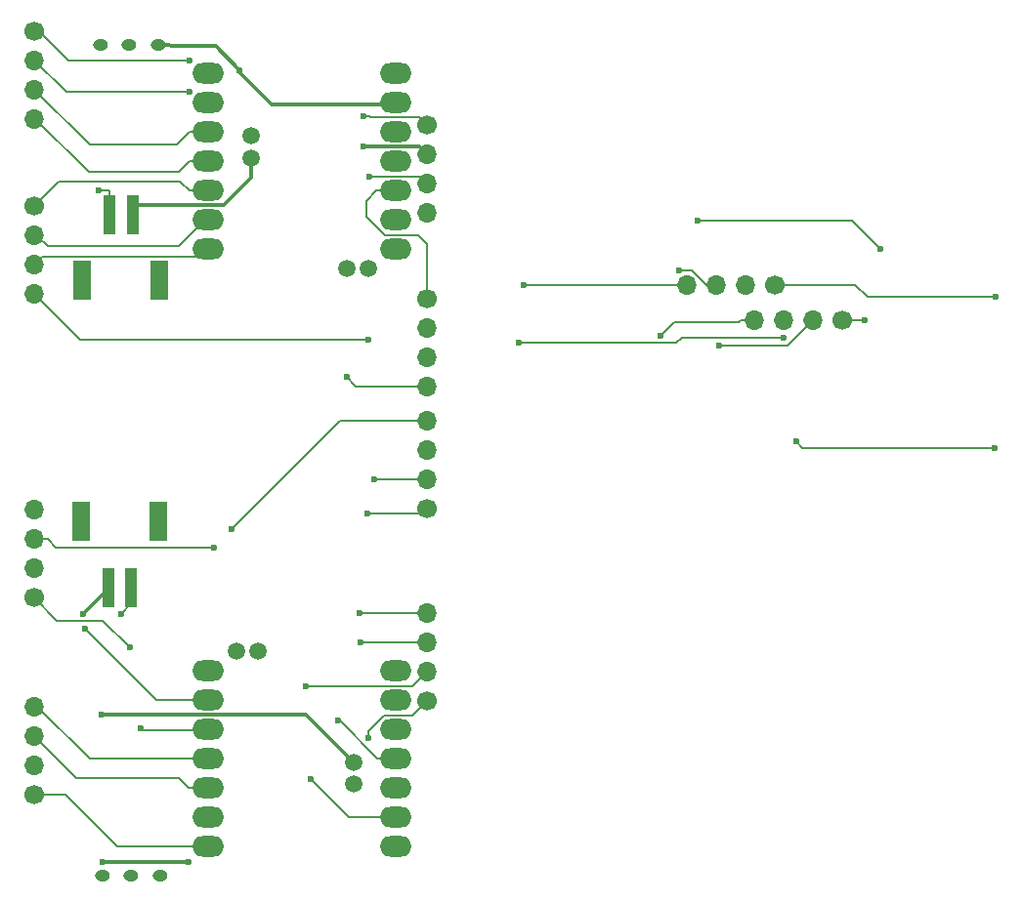
<source format=gbr>
G04 #@! TF.GenerationSoftware,KiCad,Pcbnew,9.0.0*
G04 #@! TF.CreationDate,2025-04-19T14:36:31+09:00*
G04 #@! TF.ProjectId,nofy_V2_E,6e6f6679-5f56-4325-9f45-2e6b69636164,rev?*
G04 #@! TF.SameCoordinates,Original*
G04 #@! TF.FileFunction,Copper,L1,Top*
G04 #@! TF.FilePolarity,Positive*
%FSLAX46Y46*%
G04 Gerber Fmt 4.6, Leading zero omitted, Abs format (unit mm)*
G04 Created by KiCad (PCBNEW 9.0.0) date 2025-04-19 14:36:31*
%MOMM*%
%LPD*%
G01*
G04 APERTURE LIST*
G04 #@! TA.AperFunction,ComponentPad*
%ADD10O,2.750000X1.800000*%
G04 #@! TD*
G04 #@! TA.AperFunction,ComponentPad*
%ADD11C,1.500000*%
G04 #@! TD*
G04 #@! TA.AperFunction,SMDPad,CuDef*
%ADD12R,1.000000X3.500000*%
G04 #@! TD*
G04 #@! TA.AperFunction,SMDPad,CuDef*
%ADD13R,1.500000X3.400000*%
G04 #@! TD*
G04 #@! TA.AperFunction,ComponentPad*
%ADD14C,1.700000*%
G04 #@! TD*
G04 #@! TA.AperFunction,ComponentPad*
%ADD15O,1.700000X1.700000*%
G04 #@! TD*
G04 #@! TA.AperFunction,ComponentPad*
%ADD16O,1.300000X1.000000*%
G04 #@! TD*
G04 #@! TA.AperFunction,ViaPad*
%ADD17C,0.600000*%
G04 #@! TD*
G04 #@! TA.AperFunction,Conductor*
%ADD18C,0.200000*%
G04 #@! TD*
G04 #@! TA.AperFunction,Conductor*
%ADD19C,0.300000*%
G04 #@! TD*
G04 APERTURE END LIST*
D10*
X34979100Y-23434100D03*
X34979100Y-25974100D03*
X34979100Y-28514100D03*
X34979100Y-31054100D03*
X34979100Y-33594100D03*
X34979100Y-36134100D03*
X34979100Y-38674100D03*
X51219100Y-38674100D03*
X51219100Y-36134100D03*
X51219100Y-33594100D03*
X51219100Y-31054100D03*
X51219100Y-28514100D03*
X51219100Y-25974100D03*
X51219100Y-23434100D03*
D11*
X46934500Y-40366100D03*
X48814100Y-40366100D03*
X38654100Y-30737100D03*
X38654100Y-28832100D03*
D12*
X28391900Y-35635100D03*
X26391900Y-35635100D03*
D13*
X24041900Y-41385100D03*
X30741900Y-41385100D03*
D14*
X53899100Y-42934100D03*
D15*
X53899100Y-45474100D03*
X53899100Y-48014100D03*
X53899100Y-50554100D03*
D14*
X89865500Y-44853000D03*
D15*
X87325500Y-44853000D03*
X84785500Y-44853000D03*
X82245500Y-44853000D03*
D14*
X19899100Y-34879100D03*
D15*
X19899100Y-37419100D03*
X19899100Y-39959100D03*
X19899100Y-42499100D03*
D16*
X30780500Y-92998000D03*
X28280500Y-92998000D03*
X25780500Y-92998000D03*
D14*
X19880500Y-85948000D03*
D15*
X19880500Y-83408000D03*
X19880500Y-80868000D03*
X19880500Y-78328000D03*
D14*
X53880500Y-77848000D03*
D15*
X53880500Y-75308000D03*
X53880500Y-72768000D03*
X53880500Y-70228000D03*
D14*
X53899100Y-27874100D03*
D15*
X53899100Y-30414100D03*
X53899100Y-32954100D03*
X53899100Y-35494100D03*
D14*
X53880500Y-61148000D03*
D15*
X53880500Y-58608000D03*
X53880500Y-56068000D03*
X53880500Y-53528000D03*
D16*
X25599100Y-20924100D03*
X28099100Y-20924100D03*
X30599100Y-20924100D03*
D14*
X19880500Y-68888000D03*
D15*
X19880500Y-66348000D03*
X19880500Y-63808000D03*
X19880500Y-61268000D03*
D10*
X51200500Y-90468000D03*
X51200500Y-87928000D03*
X51200500Y-85388000D03*
X51200500Y-82848000D03*
X51200500Y-80308000D03*
X51200500Y-77768000D03*
X51200500Y-75228000D03*
X34960500Y-75228000D03*
X34960500Y-77768000D03*
X34960500Y-80308000D03*
X34960500Y-82848000D03*
X34960500Y-85388000D03*
X34960500Y-87928000D03*
X34960500Y-90468000D03*
D11*
X39245100Y-73536000D03*
X37365500Y-73536000D03*
X47525500Y-83165000D03*
X47525500Y-85070000D03*
D14*
X19899100Y-19734100D03*
D15*
X19899100Y-22274100D03*
X19899100Y-24814100D03*
X19899100Y-27354100D03*
D12*
X26295500Y-68028000D03*
X28295500Y-68028000D03*
D13*
X30645500Y-62278000D03*
X23945500Y-62278000D03*
D14*
X84045500Y-41753000D03*
D15*
X81505500Y-41753000D03*
X78965500Y-41753000D03*
X76425500Y-41753000D03*
D17*
X24095500Y-70268700D03*
X25733900Y-79056300D03*
X27395500Y-70268700D03*
X33233800Y-91805600D03*
X25780500Y-91805600D03*
X25500800Y-33545000D03*
X37695500Y-23103000D03*
X48379000Y-29779900D03*
X75723100Y-40503000D03*
X103216600Y-42811200D03*
X74128700Y-46207500D03*
X85928800Y-55353000D03*
X103116700Y-55886700D03*
X93195500Y-38653000D03*
X62295500Y-41753000D03*
X77408200Y-36166000D03*
X61900000Y-46807500D03*
X84785500Y-46331000D03*
X91863500Y-44853000D03*
X79197200Y-46984400D03*
X33302400Y-22270000D03*
X33302400Y-25020800D03*
X48814100Y-46500000D03*
X48395500Y-27153000D03*
X48938000Y-32392400D03*
X46934500Y-49746600D03*
X48811368Y-81034897D03*
X46209400Y-79566900D03*
X48095500Y-70228000D03*
X48192500Y-72774400D03*
X43421300Y-76532800D03*
X43845500Y-84603000D03*
X48751800Y-61593400D03*
X36974100Y-62974300D03*
X49356000Y-58589100D03*
X24245500Y-71553000D03*
X35460500Y-64555100D03*
X29108300Y-80241800D03*
X28145500Y-73203000D03*
D18*
X76851700Y-40503000D02*
X78101700Y-41753000D01*
X78101700Y-41753000D02*
X78965500Y-41753000D01*
X75723100Y-40503000D02*
X76851700Y-40503000D01*
D19*
X47228663Y-82800582D02*
X47112381Y-82744192D01*
X47525500Y-83165000D02*
X47264553Y-82904053D01*
X26295500Y-68068700D02*
X26295500Y-68028000D01*
X47106672Y-82746172D02*
X43416800Y-79056300D01*
X47264553Y-82904053D02*
X47228663Y-82800582D01*
X43416800Y-79056300D02*
X25733900Y-79056300D01*
X47112381Y-82744192D02*
X47106672Y-82746172D01*
X24095500Y-70268700D02*
X26295500Y-68068700D01*
D18*
X28295500Y-69368700D02*
X28295500Y-68028000D01*
X27395500Y-70268700D02*
X28295500Y-69368700D01*
D19*
X32920500Y-34864000D02*
X32909500Y-34853000D01*
X38654100Y-30737100D02*
X38654100Y-32494399D01*
X32909500Y-34853000D02*
X28391900Y-34853000D01*
X34527200Y-34864000D02*
X32920500Y-34864000D01*
X36303399Y-34845100D02*
X34546100Y-34845100D01*
X38654100Y-32494399D02*
X36303399Y-34845100D01*
X34546100Y-34845100D02*
X34527200Y-34864000D01*
X28391900Y-34853000D02*
X28391900Y-35635100D01*
X25780500Y-91805600D02*
X33233800Y-91805600D01*
D18*
X25500800Y-33545000D02*
X25539200Y-33583400D01*
X26391900Y-33583400D02*
X26391900Y-35635100D01*
X25539200Y-33583400D02*
X26391900Y-33583400D01*
D19*
X31742700Y-21066000D02*
X31600800Y-20924100D01*
X50590200Y-26103000D02*
X50719100Y-25974100D01*
X37695500Y-23103000D02*
X35658500Y-21066000D01*
X53899100Y-30414100D02*
X53264900Y-29779900D01*
X35658500Y-21066000D02*
X31742700Y-21066000D01*
X37695500Y-23103000D02*
X37695500Y-23303000D01*
X37695500Y-23303000D02*
X40495500Y-26103000D01*
X40495500Y-26103000D02*
X50590200Y-26103000D01*
X53264900Y-29779900D02*
X48379000Y-29779900D01*
X31600800Y-20924100D02*
X30599100Y-20924100D01*
D18*
X92061700Y-42811200D02*
X103216600Y-42811200D01*
X91003500Y-41753000D02*
X92061700Y-42811200D01*
X84045500Y-41753000D02*
X91003500Y-41753000D01*
X75310500Y-45025700D02*
X80921100Y-45025700D01*
X86462500Y-55886700D02*
X85928800Y-55353000D01*
X103116700Y-55886700D02*
X86462500Y-55886700D01*
X80921100Y-45025700D02*
X81093800Y-44853000D01*
X81093800Y-44853000D02*
X82245500Y-44853000D01*
X74128700Y-46207500D02*
X75310500Y-45025700D01*
X76425500Y-41753000D02*
X62295500Y-41753000D01*
X90708500Y-36166000D02*
X93195500Y-38653000D01*
X77408200Y-36166000D02*
X90708500Y-36166000D01*
X75975900Y-46331000D02*
X75499400Y-46807500D01*
X84785500Y-46331000D02*
X75975900Y-46331000D01*
X75499400Y-46807500D02*
X61900000Y-46807500D01*
X89865500Y-44853000D02*
X91863500Y-44853000D01*
X85194100Y-46984400D02*
X79197200Y-46984400D01*
X87325500Y-44853000D02*
X85194100Y-46984400D01*
X19899100Y-24814100D02*
X24677100Y-29592100D01*
X24677100Y-29592100D02*
X32224400Y-29592100D01*
X32224400Y-29592100D02*
X33302400Y-28514100D01*
X33302400Y-28514100D02*
X35479100Y-28514100D01*
X22881500Y-22270000D02*
X33302400Y-22270000D01*
X20345600Y-19734100D02*
X22881500Y-22270000D01*
X19899100Y-19734100D02*
X20345600Y-19734100D01*
X22645800Y-25020800D02*
X33302400Y-25020800D01*
X19899100Y-22274100D02*
X22645800Y-25020800D01*
X32380100Y-31976400D02*
X33302400Y-31054100D01*
X24618900Y-31976400D02*
X32380100Y-31976400D01*
X33302400Y-31054100D02*
X35479100Y-31054100D01*
X19996600Y-27354100D02*
X24618900Y-31976400D01*
X19899100Y-27354100D02*
X19996600Y-27354100D01*
X23900000Y-46500000D02*
X48814100Y-46500000D01*
X19899100Y-42499100D02*
X23900000Y-46500000D01*
X20061600Y-37419100D02*
X19899100Y-37419100D01*
X32395500Y-38403000D02*
X21045500Y-38403000D01*
X35479100Y-36134100D02*
X34664400Y-36134100D01*
X21045500Y-38403000D02*
X20061600Y-37419100D01*
X34664400Y-36134100D02*
X32395500Y-38403000D01*
X32509300Y-32801000D02*
X33302400Y-33594100D01*
X21977200Y-32801000D02*
X32509300Y-32801000D01*
X19899100Y-34879100D02*
X21977200Y-32801000D01*
X33302400Y-33594100D02*
X35479100Y-33594100D01*
X20555200Y-39303000D02*
X19899100Y-39959100D01*
X35479100Y-38674100D02*
X34850200Y-39303000D01*
X34850200Y-39303000D02*
X20555200Y-39303000D01*
X49047300Y-27175800D02*
X53200800Y-27175800D01*
X48395500Y-27153000D02*
X49024500Y-27153000D01*
X53200800Y-27175800D02*
X53899100Y-27874100D01*
X49024500Y-27153000D02*
X49047300Y-27175800D01*
X53899100Y-32954100D02*
X53337400Y-32392400D01*
X53337400Y-32392400D02*
X48938000Y-32392400D01*
X48645500Y-34491000D02*
X49542400Y-33594100D01*
X53195570Y-37473100D02*
X50246630Y-37473100D01*
X53899100Y-38176630D02*
X53195570Y-37473100D01*
X53899100Y-42934100D02*
X53899100Y-38176630D01*
X50246630Y-37473100D02*
X48645500Y-35871970D01*
X49542400Y-33594100D02*
X50719100Y-33594100D01*
X48645500Y-35871970D02*
X48645500Y-34491000D01*
X47742000Y-50554100D02*
X46934500Y-49746600D01*
X53899100Y-50554100D02*
X47742000Y-50554100D01*
X48811368Y-81034897D02*
X48843265Y-81003000D01*
X52622200Y-79106300D02*
X53880500Y-77848000D01*
X48843265Y-81003000D02*
X48843265Y-80455235D01*
X48843265Y-80455235D02*
X50192200Y-79106300D01*
X50192200Y-79106300D02*
X52622200Y-79106300D01*
X46209400Y-79566900D02*
X46359400Y-79566900D01*
X49640500Y-82848000D02*
X50700500Y-82848000D01*
X48095500Y-70228000D02*
X53880500Y-70228000D01*
X46359400Y-79566900D02*
X49640500Y-82848000D01*
X53874100Y-72774400D02*
X48192500Y-72774400D01*
X53880500Y-72768000D02*
X53874100Y-72774400D01*
X47170500Y-87928000D02*
X50700500Y-87928000D01*
X52655700Y-76532800D02*
X53880500Y-75308000D01*
X43421300Y-76532800D02*
X52655700Y-76532800D01*
X43845500Y-84603000D02*
X47170500Y-87928000D01*
X48751800Y-61593400D02*
X53435100Y-61593400D01*
X53435100Y-61593400D02*
X53880500Y-61148000D01*
X46420400Y-53528000D02*
X53880500Y-53528000D01*
X36974100Y-62974300D02*
X46420400Y-53528000D01*
X53880500Y-58608000D02*
X52728800Y-58608000D01*
X52709900Y-58589100D02*
X49356000Y-58589100D01*
X52728800Y-58608000D02*
X52709900Y-58589100D01*
X24680500Y-82848000D02*
X20160500Y-78328000D01*
X20160500Y-78328000D02*
X19880500Y-78328000D01*
X35460500Y-82848000D02*
X24680500Y-82848000D01*
X27108400Y-90468000D02*
X22593400Y-85953000D01*
X19885500Y-85953000D02*
X19880500Y-85948000D01*
X22593400Y-85953000D02*
X19885500Y-85953000D01*
X35460500Y-90468000D02*
X27108400Y-90468000D01*
X19880500Y-80868000D02*
X23509100Y-84496600D01*
X23509100Y-84496600D02*
X32392400Y-84496600D01*
X33283800Y-85388000D02*
X35460500Y-85388000D01*
X32392400Y-84496600D02*
X33283800Y-85388000D01*
X30460500Y-77768000D02*
X35460500Y-77768000D01*
X24245500Y-71553000D02*
X30460500Y-77768000D01*
X19880500Y-63808000D02*
X21032200Y-63808000D01*
X21779300Y-64555100D02*
X35460500Y-64555100D01*
X21032200Y-63808000D02*
X21779300Y-64555100D01*
X29269500Y-80403000D02*
X29108300Y-80241800D01*
X21861200Y-70868700D02*
X19880500Y-68888000D01*
X35365500Y-80403000D02*
X29269500Y-80403000D01*
X28145500Y-73203000D02*
X25811200Y-70868700D01*
X35460500Y-80308000D02*
X35365500Y-80403000D01*
X25811200Y-70868700D02*
X21861200Y-70868700D01*
M02*

</source>
